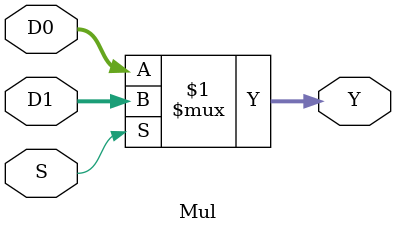
<source format=v>
`timescale 1ns / 1ps


module Mul#(parameter n=32)(input [n-1:0]D1,input [n-1:0]D0,input S, output [n-1:0]Y);
    assign Y= (S)? D1: D0;
endmodule
</source>
